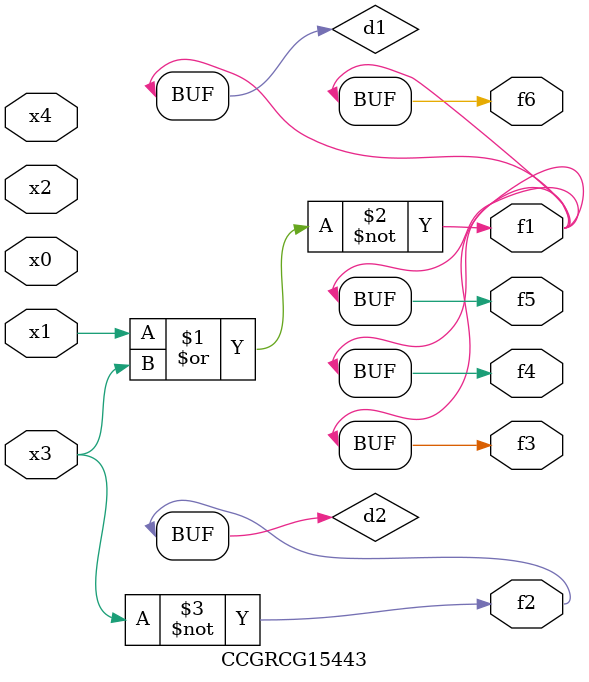
<source format=v>
module CCGRCG15443(
	input x0, x1, x2, x3, x4,
	output f1, f2, f3, f4, f5, f6
);

	wire d1, d2;

	nor (d1, x1, x3);
	not (d2, x3);
	assign f1 = d1;
	assign f2 = d2;
	assign f3 = d1;
	assign f4 = d1;
	assign f5 = d1;
	assign f6 = d1;
endmodule

</source>
